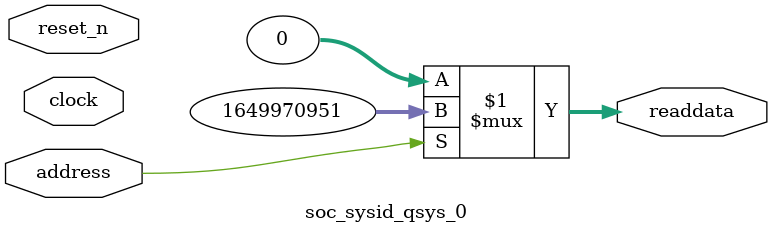
<source format=v>



// synthesis translate_off
`timescale 1ns / 1ps
// synthesis translate_on

// turn off superfluous verilog processor warnings 
// altera message_level Level1 
// altera message_off 10034 10035 10036 10037 10230 10240 10030 

module soc_sysid_qsys_0 (
               // inputs:
                address,
                clock,
                reset_n,

               // outputs:
                readdata
             )
;

  output  [ 31: 0] readdata;
  input            address;
  input            clock;
  input            reset_n;

  wire    [ 31: 0] readdata;
  //control_slave, which is an e_avalon_slave
  assign readdata = address ? 1649970951 : 0;

endmodule



</source>
